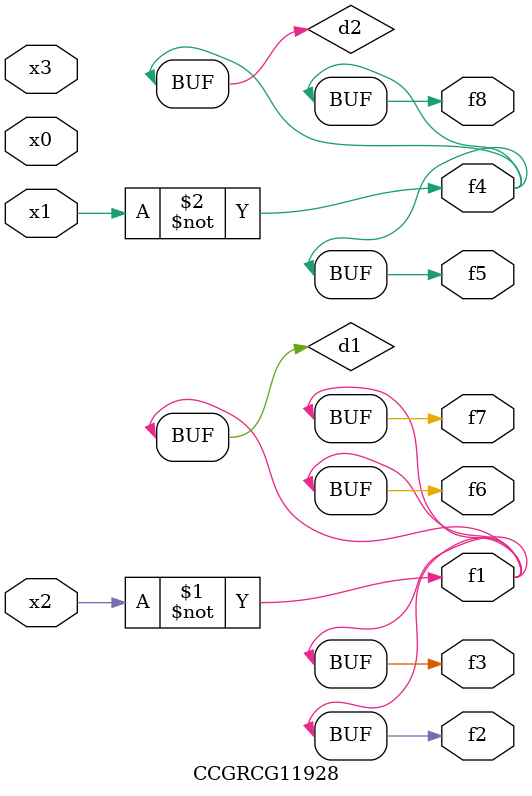
<source format=v>
module CCGRCG11928(
	input x0, x1, x2, x3,
	output f1, f2, f3, f4, f5, f6, f7, f8
);

	wire d1, d2;

	xnor (d1, x2);
	not (d2, x1);
	assign f1 = d1;
	assign f2 = d1;
	assign f3 = d1;
	assign f4 = d2;
	assign f5 = d2;
	assign f6 = d1;
	assign f7 = d1;
	assign f8 = d2;
endmodule

</source>
